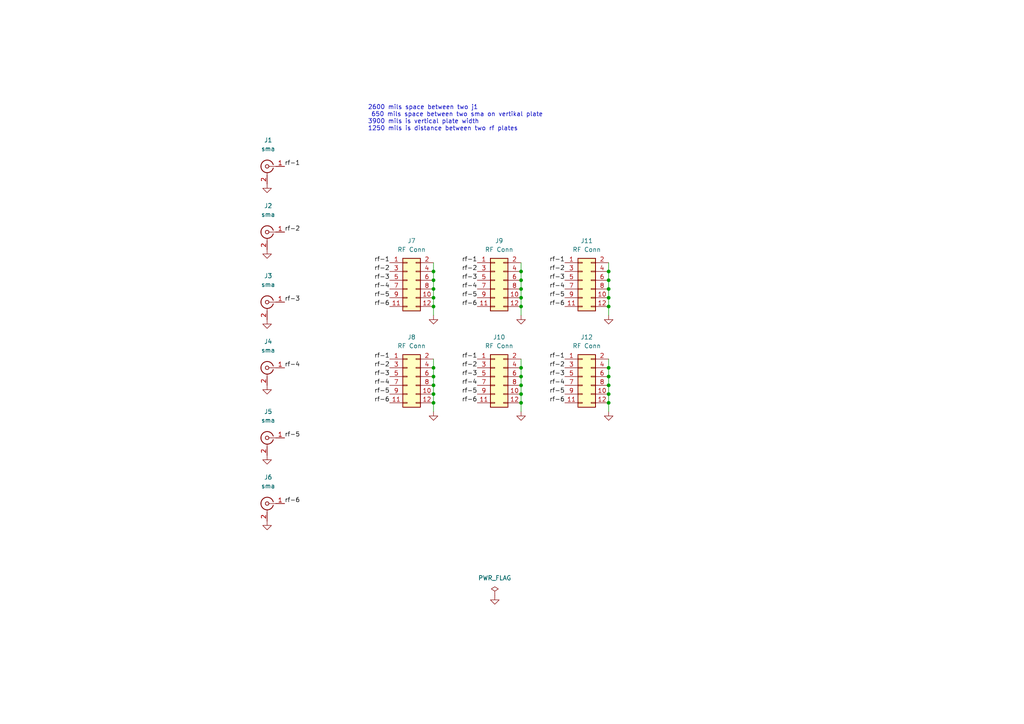
<source format=kicad_sch>
(kicad_sch (version 20211123) (generator eeschema)
  (paper "A4")
  (lib_symbols
    (symbol "Connector:Conn_Coaxial" (pin_names (offset 1.016) hide)
      (property "Reference" "J" (at 0.254 3.048 0))
      (property "Value" "Conn_Coaxial" (at 2.921 0 90))
      (symbol "Conn_Coaxial_0_1"
        (arc (start -1.778 -0.508) (mid 0.2311 -1.8066) (end 1.778 0) (stroke (width 0.254)))
        (polyline (pts (xy -2.54 0) (xy -0.508 0)))
        (polyline (pts (xy 0 -2.54) (xy 0 -1.778)))
        (circle (center 0 0) (radius 0.508) (stroke (width 0.2032)))
        (arc (start 1.778 0) (mid 0.2099 1.8101) (end -1.778 0.508) (stroke (width 0.254)))
      )
      (symbol "Conn_Coaxial_1_1"
        (pin passive line (at -5.08 0 0) (length 2.54) (name "In") (number "1"))
        (pin passive line (at 0 -5.08 90) (length 2.54) (name "Ext") (number "2"))
      )
    )
    (symbol "Connector_Generic:Conn_02x06_Odd_Even" (pin_names (offset 1.016) hide)
      (property "Reference" "J" (at 1.27 7.62 0))
      (property "Value" "Conn_02x06_Odd_Even" (at 1.27 -10.16 0))
      (symbol "Conn_02x06_Odd_Even_1_1"
        (rectangle (start -1.27 -7.493) (end 0 -7.747) (stroke (width 0.1524)))
        (rectangle (start -1.27 -4.953) (end 0 -5.207) (stroke (width 0.1524)))
        (rectangle (start -1.27 -2.413) (end 0 -2.667) (stroke (width 0.1524)))
        (rectangle (start -1.27 0.127) (end 0 -0.127) (stroke (width 0.1524)))
        (rectangle (start -1.27 2.667) (end 0 2.413) (stroke (width 0.1524)))
        (rectangle (start -1.27 5.207) (end 0 4.953) (stroke (width 0.1524)))
        (rectangle (start -1.27 6.35) (end 3.81 -8.89) (stroke (width 0.254)) (fill (type background)))
        (rectangle (start 3.81 -7.493) (end 2.54 -7.747) (stroke (width 0.1524)))
        (rectangle (start 3.81 -4.953) (end 2.54 -5.207) (stroke (width 0.1524)))
        (rectangle (start 3.81 -2.413) (end 2.54 -2.667) (stroke (width 0.1524)))
        (rectangle (start 3.81 0.127) (end 2.54 -0.127) (stroke (width 0.1524)))
        (rectangle (start 3.81 2.667) (end 2.54 2.413) (stroke (width 0.1524)))
        (rectangle (start 3.81 5.207) (end 2.54 4.953) (stroke (width 0.1524)))
        (pin passive line (at -5.08 5.08 0) (length 3.81) (name "Pin_1") (number "1"))
        (pin passive line (at 7.62 -5.08 180) (length 3.81) (name "Pin_10") (number "10"))
        (pin passive line (at -5.08 -7.62 0) (length 3.81) (name "Pin_11") (number "11"))
        (pin passive line (at 7.62 -7.62 180) (length 3.81) (name "Pin_12") (number "12"))
        (pin passive line (at 7.62 5.08 180) (length 3.81) (name "Pin_2") (number "2"))
        (pin passive line (at -5.08 2.54 0) (length 3.81) (name "Pin_3") (number "3"))
        (pin passive line (at 7.62 2.54 180) (length 3.81) (name "Pin_4") (number "4"))
        (pin passive line (at -5.08 0 0) (length 3.81) (name "Pin_5") (number "5"))
        (pin passive line (at 7.62 0 180) (length 3.81) (name "Pin_6") (number "6"))
        (pin passive line (at -5.08 -2.54 0) (length 3.81) (name "Pin_7") (number "7"))
        (pin passive line (at 7.62 -2.54 180) (length 3.81) (name "Pin_8") (number "8"))
        (pin passive line (at -5.08 -5.08 0) (length 3.81) (name "Pin_9") (number "9"))
      )
    )
    (symbol "power:GND" (power) (pin_names (offset 0))
      (property "Value" "GND" (at 0 -3.81 0))
      (symbol "GND_0_1"
        (polyline (pts (xy 0 0) (xy 0 -1.27) (xy 1.27 -1.27) (xy 0 -2.54) (xy -1.27 -1.27) (xy 0 -1.27)))
      )
      (symbol "GND_1_1"
        (pin power_in line (at 0 0 270) (length 0) hide (name "GND") (number "1"))
      )
    )
    (symbol "power:PWR_FLAG" (power) (pin_numbers hide) (pin_names (offset 0) hide)
      (property "Value" "PWR_FLAG" (at 0 3.81 0))
      (symbol "PWR_FLAG_0_0"
        (pin power_out line (at 0 0 90) (length 0) (name "pwr") (number "1"))
      )
      (symbol "PWR_FLAG_0_1"
        (polyline (pts (xy 0 0) (xy 0 1.27) (xy -1.016 1.905) (xy 0 2.54) (xy 1.016 1.905) (xy 0 1.27)))
      )
    )
  )
  (junction (at 125.73 106.68))
  (junction (at 176.53 109.22))
  (junction (at 176.53 111.76))
  (junction (at 151.13 114.3))
  (junction (at 125.73 83.82))
  (junction (at 176.53 83.82))
  (junction (at 151.13 111.76))
  (junction (at 125.73 109.22))
  (junction (at 151.13 109.22))
  (junction (at 125.73 88.9))
  (junction (at 151.13 83.82))
  (junction (at 125.73 116.84))
  (junction (at 151.13 88.9))
  (junction (at 125.73 111.76))
  (junction (at 125.73 78.74))
  (junction (at 125.73 81.28))
  (junction (at 151.13 106.68))
  (junction (at 125.73 114.3))
  (junction (at 151.13 86.36))
  (junction (at 151.13 78.74))
  (junction (at 176.53 116.84))
  (junction (at 176.53 114.3))
  (junction (at 151.13 81.28))
  (junction (at 151.13 116.84))
  (junction (at 176.53 81.28))
  (junction (at 176.53 78.74))
  (junction (at 176.53 88.9))
  (junction (at 176.53 106.68))
  (junction (at 125.73 86.36))
  (junction (at 176.53 86.36))
  (wire (pts (xy 176.53 104.14) (xy 176.53 106.68)))
  (wire (pts (xy 151.13 114.3) (xy 151.13 116.84)))
  (wire (pts (xy 125.73 106.68) (xy 125.73 109.22)))
  (wire (pts (xy 176.53 78.74) (xy 176.53 81.28)))
  (wire (pts (xy 151.13 106.68) (xy 151.13 109.22)))
  (wire (pts (xy 125.73 81.28) (xy 125.73 83.82)))
  (wire (pts (xy 125.73 109.22) (xy 125.73 111.76)))
  (wire (pts (xy 151.13 111.76) (xy 151.13 114.3)))
  (wire (pts (xy 125.73 114.3) (xy 125.73 116.84)))
  (wire (pts (xy 125.73 83.82) (xy 125.73 86.36)))
  (wire (pts (xy 176.53 111.76) (xy 176.53 114.3)))
  (wire (pts (xy 176.53 83.82) (xy 176.53 86.36)))
  (wire (pts (xy 176.53 116.84) (xy 176.53 119.38)))
  (wire (pts (xy 125.73 111.76) (xy 125.73 114.3)))
  (wire (pts (xy 125.73 78.74) (xy 125.73 81.28)))
  (wire (pts (xy 151.13 78.74) (xy 151.13 81.28)))
  (wire (pts (xy 125.73 88.9) (xy 125.73 91.44)))
  (wire (pts (xy 125.73 104.14) (xy 125.73 106.68)))
  (wire (pts (xy 176.53 81.28) (xy 176.53 83.82)))
  (wire (pts (xy 176.53 109.22) (xy 176.53 111.76)))
  (wire (pts (xy 151.13 88.9) (xy 151.13 91.44)))
  (wire (pts (xy 176.53 106.68) (xy 176.53 109.22)))
  (wire (pts (xy 176.53 86.36) (xy 176.53 88.9)))
  (wire (pts (xy 151.13 86.36) (xy 151.13 88.9)))
  (wire (pts (xy 151.13 109.22) (xy 151.13 111.76)))
  (wire (pts (xy 176.53 114.3) (xy 176.53 116.84)))
  (wire (pts (xy 151.13 81.28) (xy 151.13 83.82)))
  (wire (pts (xy 176.53 88.9) (xy 176.53 91.44)))
  (wire (pts (xy 151.13 76.2) (xy 151.13 78.74)))
  (wire (pts (xy 125.73 86.36) (xy 125.73 88.9)))
  (wire (pts (xy 125.73 76.2) (xy 125.73 78.74)))
  (wire (pts (xy 151.13 83.82) (xy 151.13 86.36)))
  (wire (pts (xy 151.13 104.14) (xy 151.13 106.68)))
  (wire (pts (xy 151.13 116.84) (xy 151.13 119.38)))
  (wire (pts (xy 176.53 76.2) (xy 176.53 78.74)))
  (wire (pts (xy 125.73 116.84) (xy 125.73 119.38)))
  (text "2600 mils space between two j1\n 650 mils space between two sma on vertikal plate\n3900 mils is vertical plate width\n1250 mils is distance between two rf plates" (at 106.68 38.1 0) (effects (font (size 1.27 1.27)) (justify left bottom)))
  (label "rf-5" (at 163.83 86.36 180))
  (label "rf-1" (at 82.55 48.26 0))
  (label "rf-6" (at 113.03 116.84 180))
  (label "rf-3" (at 113.03 109.22 180))
  (label "rf-2" (at 163.83 78.74 180))
  (label "rf-4" (at 113.03 83.82 180))
  (label "rf-4" (at 163.83 83.82 180))
  (label "rf-2" (at 113.03 78.74 180))
  (label "rf-2" (at 138.43 106.68 180))
  (label "rf-4" (at 113.03 111.76 180))
  (label "rf-6" (at 163.83 116.84 180))
  (label "rf-6" (at 163.83 88.9 180))
  (label "rf-1" (at 163.83 76.2 180))
  (label "rf-2" (at 163.83 106.68 180))
  (label "rf-4" (at 138.43 83.82 180))
  (label "rf-1" (at 138.43 104.14 180))
  (label "rf-3" (at 163.83 109.22 180))
  (label "rf-2" (at 113.03 106.68 180))
  (label "rf-1" (at 138.43 76.2 180))
  (label "rf-3" (at 163.83 81.28 180))
  (label "rf-6" (at 113.03 88.9 180))
  (label "rf-4" (at 163.83 111.76 180))
  (label "rf-3" (at 138.43 81.28 180))
  (label "rf-1" (at 113.03 76.2 180))
  (label "rf-4" (at 138.43 111.76 180))
  (label "rf-5" (at 163.83 114.3 180))
  (label "rf-5" (at 138.43 114.3 180))
  (label "rf-3" (at 82.55 87.63 0))
  (label "rf-6" (at 138.43 88.9 180))
  (label "rf-6" (at 138.43 116.84 180))
  (label "rf-1" (at 163.83 104.14 180))
  (label "rf-2" (at 82.55 67.31 0))
  (label "rf-5" (at 138.43 86.36 180))
  (label "rf-3" (at 138.43 109.22 180))
  (label "rf-2" (at 138.43 78.74 180))
  (label "rf-5" (at 113.03 114.3 180))
  (label "rf-3" (at 113.03 81.28 180))
  (label "rf-5" (at 82.55 127 0))
  (label "rf-5" (at 113.03 86.36 180))
  (label "rf-4" (at 82.55 106.68 0))
  (label "rf-1" (at 113.03 104.14 180))
  (label "rf-6" (at 82.55 146.05 0))
  (symbol (lib_id "Connector:Conn_Coaxial") (at 77.47 87.63 0) (mirror y) (unit 1)
    (property "Reference" "J3" (at 77.7874 80.01 0))
    (property "Value" "sma" (at 77.7874 82.55 0))
    (property "Footprint" "Library:BNC_vertical" (effects hide))
    (property "Datasheet" " ~" (effects hide))
  )
  (symbol (lib_id "power:GND") (at 77.47 92.71 0) (mirror y) (unit 1)
    (property "Reference" "#PWR03" (effects hide))
    (property "Value" "GND" (effects hide))
  )
  (symbol (lib_id "Connector:Conn_Coaxial") (at 77.47 106.68 0) (mirror y) (unit 1)
    (property "Reference" "J4" (at 77.7874 99.06 0))
    (property "Value" "sma" (at 77.7874 101.6 0))
    (property "Footprint" "Library:BNC_vertical" (effects hide))
    (property "Datasheet" " ~" (effects hide))
  )
  (symbol (lib_id "Connector_Generic:Conn_02x06_Odd_Even") (at 118.11 81.28 0) (unit 1)
    (property "Reference" "J7" (at 119.38 69.85 0))
    (property "Value" "RF Conn" (at 119.38 72.39 0))
    (property "Footprint" "Connector_PinSocket_2.54mm:PinSocket_2x06_P2.54mm_Vertical" (effects hide))
  )
  (symbol (lib_id "Connector_Generic:Conn_02x06_Odd_Even") (at 143.51 81.28 0) (unit 1)
    (property "Reference" "J9" (at 144.78 69.85 0))
    (property "Value" "RF Conn" (at 144.78 72.39 0))
    (property "Footprint" "Connector_PinSocket_2.54mm:PinSocket_2x06_P2.54mm_Vertical" (effects hide))
  )
  (symbol (lib_id "power:GND") (at 125.73 91.44 0) (mirror y) (unit 1)
    (property "Reference" "#PWR07" (effects hide))
    (property "Value" "GND" (effects hide))
  )
  (symbol (lib_id "Connector_Generic:Conn_02x06_Odd_Even") (at 143.51 109.22 0) (unit 1)
    (property "Reference" "J10" (at 144.78 97.79 0))
    (property "Value" "RF Conn" (at 144.78 100.33 0))
    (property "Footprint" "Connector_PinSocket_2.54mm:PinSocket_2x06_P2.54mm_Vertical" (effects hide))
  )
  (symbol (lib_id "Connector:Conn_Coaxial") (at 77.47 127 0) (mirror y) (unit 1)
    (property "Reference" "J5" (at 77.7874 119.38 0))
    (property "Value" "sma" (at 77.7874 121.92 0))
    (property "Footprint" "Library:BNC_vertical" (effects hide))
    (property "Datasheet" " ~" (effects hide))
  )
  (symbol (lib_id "Connector_Generic:Conn_02x06_Odd_Even") (at 168.91 109.22 0) (unit 1)
    (property "Reference" "J12" (at 170.18 97.79 0))
    (property "Value" "RF Conn" (at 170.18 100.33 0))
    (property "Footprint" "Connector_PinSocket_2.54mm:PinSocket_2x06_P2.54mm_Vertical" (effects hide))
  )
  (symbol (lib_id "power:GND") (at 77.47 111.76 0) (mirror y) (unit 1)
    (property "Reference" "#PWR04" (effects hide))
    (property "Value" "GND" (effects hide))
  )
  (symbol (lib_id "power:GND") (at 77.47 53.34 0) (mirror y) (unit 1)
    (property "Reference" "#PWR01" (effects hide))
    (property "Value" "GND" (effects hide))
  )
  (symbol (lib_id "Connector:Conn_Coaxial") (at 77.47 67.31 0) (mirror y) (unit 1)
    (property "Reference" "J2" (at 77.7874 59.69 0))
    (property "Value" "sma" (at 77.7874 62.23 0))
    (property "Footprint" "Library:BNC_vertical" (effects hide))
    (property "Datasheet" " ~" (effects hide))
  )
  (symbol (lib_id "power:GND") (at 125.73 119.38 0) (mirror y) (unit 1)
    (property "Reference" "#PWR08" (effects hide))
    (property "Value" "GND" (effects hide))
  )
  (symbol (lib_id "power:GND") (at 151.13 119.38 0) (mirror y) (unit 1)
    (property "Reference" "#PWR010" (effects hide))
    (property "Value" "GND" (effects hide))
  )
  (symbol (lib_id "power:GND") (at 77.47 132.08 0) (mirror y) (unit 1)
    (property "Reference" "#PWR05" (effects hide))
    (property "Value" "GND" (effects hide))
  )
  (symbol (lib_id "power:GND") (at 151.13 91.44 0) (mirror y) (unit 1)
    (property "Reference" "#PWR09" (effects hide))
    (property "Value" "GND" (effects hide))
  )
  (symbol (lib_id "Connector_Generic:Conn_02x06_Odd_Even") (at 118.11 109.22 0) (unit 1)
    (property "Reference" "J8" (at 119.38 97.79 0))
    (property "Value" "RF Conn" (at 119.38 100.33 0))
    (property "Footprint" "Connector_PinSocket_2.54mm:PinSocket_2x06_P2.54mm_Vertical" (effects hide))
  )
  (symbol (lib_id "Connector_Generic:Conn_02x06_Odd_Even") (at 168.91 81.28 0) (unit 1)
    (property "Reference" "J11" (at 170.18 69.85 0))
    (property "Value" "RF Conn" (at 170.18 72.39 0))
    (property "Footprint" "Connector_PinSocket_2.54mm:PinSocket_2x06_P2.54mm_Vertical" (effects hide))
  )
  (symbol (lib_id "power:PWR_FLAG") (at 143.51 172.72 0) (unit 1)
    (property "Reference" "#FLG0101" (effects hide))
    (property "Value" "PWR_FLAG" (at 143.51 167.64 0))
  )
  (symbol (lib_id "Connector:Conn_Coaxial") (at 77.47 146.05 0) (mirror y) (unit 1)
    (property "Reference" "J6" (at 77.7874 138.43 0))
    (property "Value" "sma" (at 77.7874 140.97 0))
    (property "Footprint" "Library:BNC_vertical" (effects hide))
    (property "Datasheet" " ~" (effects hide))
  )
  (symbol (lib_id "Connector:Conn_Coaxial") (at 77.47 48.26 0) (mirror y) (unit 1)
    (property "Reference" "J1" (at 77.7874 40.64 0))
    (property "Value" "sma" (at 77.7874 43.18 0))
    (property "Footprint" "Library:BNC_vertical" (effects hide))
    (property "Datasheet" " ~" (effects hide))
  )
  (symbol (lib_id "power:GND") (at 77.47 151.13 0) (mirror y) (unit 1)
    (property "Reference" "#PWR06" (effects hide))
    (property "Value" "GND" (effects hide))
  )
  (symbol (lib_id "power:GND") (at 176.53 91.44 0) (mirror y) (unit 1)
    (property "Reference" "#PWR011" (effects hide))
    (property "Value" "GND" (effects hide))
  )
  (symbol (lib_id "power:GND") (at 176.53 119.38 0) (mirror y) (unit 1)
    (property "Reference" "#PWR012" (effects hide))
    (property "Value" "GND" (effects hide))
  )
  (symbol (lib_id "power:GND") (at 77.47 72.39 0) (mirror y) (unit 1)
    (property "Reference" "#PWR02" (effects hide))
    (property "Value" "GND" (effects hide))
  )
  (symbol (lib_id "power:GND") (at 143.51 172.72 0) (mirror y) (unit 1)
    (property "Reference" "#PWR0101" (effects hide))
    (property "Value" "GND" (effects hide))
  )
)
</source>
